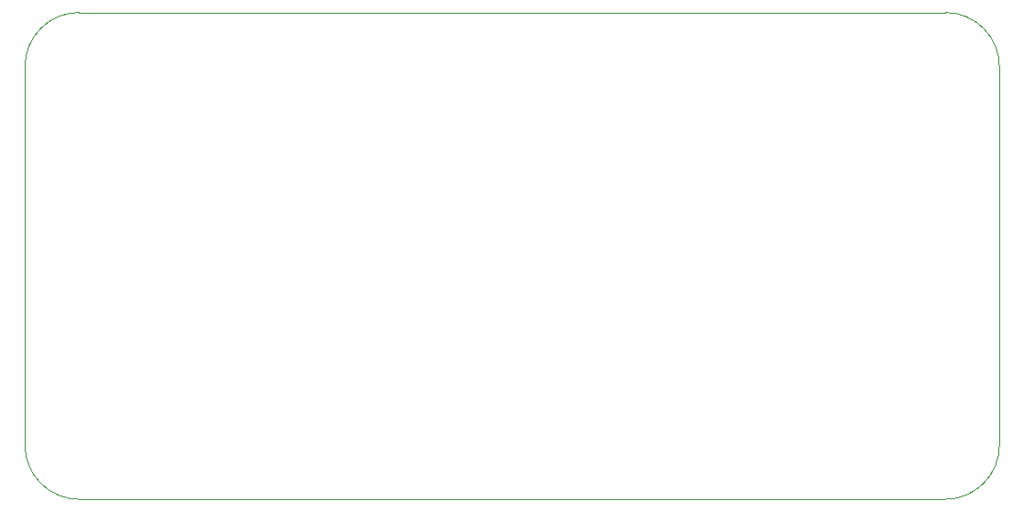
<source format=gbr>
%TF.GenerationSoftware,KiCad,Pcbnew,(6.0.11)*%
%TF.CreationDate,2023-08-09T22:56:24+02:00*%
%TF.ProjectId,Voiture_RC,566f6974-7572-4655-9f52-432e6b696361,rev?*%
%TF.SameCoordinates,Original*%
%TF.FileFunction,Profile,NP*%
%FSLAX46Y46*%
G04 Gerber Fmt 4.6, Leading zero omitted, Abs format (unit mm)*
G04 Created by KiCad (PCBNEW (6.0.11)) date 2023-08-09 22:56:24*
%MOMM*%
%LPD*%
G01*
G04 APERTURE LIST*
%TA.AperFunction,Profile*%
%ADD10C,0.100000*%
%TD*%
G04 APERTURE END LIST*
D10*
X130000000Y-110000000D02*
X130000000Y-145000000D01*
X215000000Y-105000000D02*
X135000000Y-105000000D01*
X130000000Y-145000000D02*
G75*
G03*
X135000000Y-150000000I5000000J0D01*
G01*
X135000000Y-150000000D02*
X215000000Y-150000000D01*
X220000000Y-110000000D02*
G75*
G03*
X215000000Y-105000000I-5000000J0D01*
G01*
X135000000Y-105000000D02*
G75*
G03*
X130000000Y-110000000I0J-5000000D01*
G01*
X220000000Y-145000000D02*
X220000000Y-110000000D01*
X215000000Y-150000000D02*
G75*
G03*
X220000000Y-145000000I0J5000000D01*
G01*
M02*

</source>
